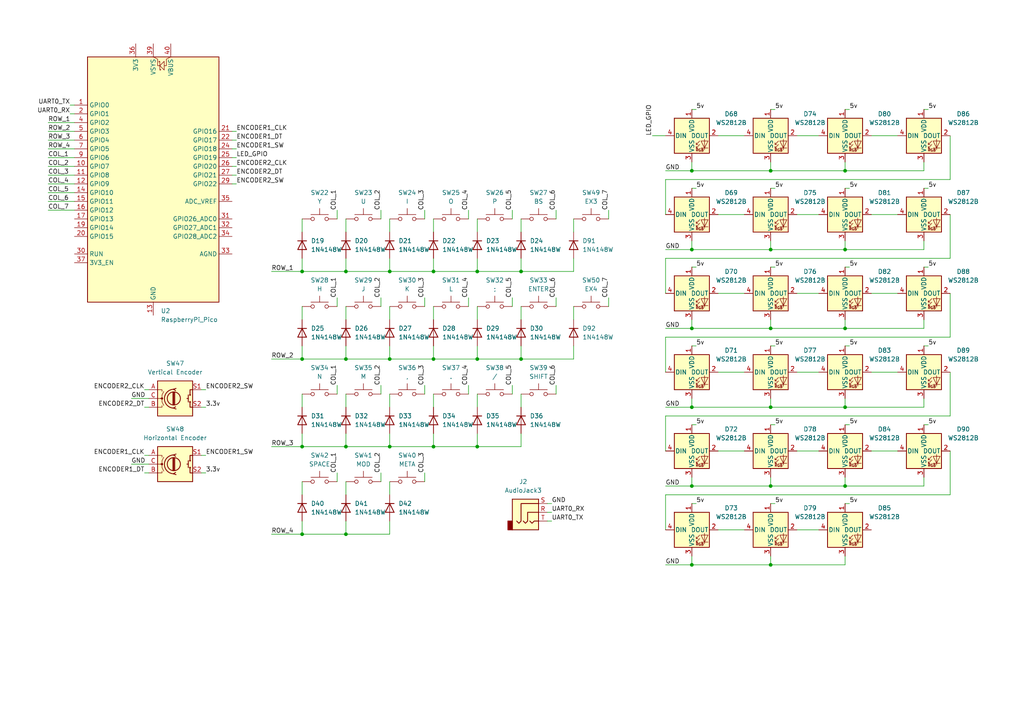
<source format=kicad_sch>
(kicad_sch (version 20231120) (generator "eeschema") (generator_version "8.0")
  (paper "A4")
  (lib_symbols
    (symbol "Connector_Audio:AudioJack3"
      (property "Reference" "J" (at 0 8.89 0))
      (property "Value" "AudioJack3" (at 0 6.35 0))
      (symbol "AudioJack3_1_1"
        (pin passive line (at 5.08 0 180) (length 2.54) (name "~") (number "R"))
        (pin passive line (at 5.08 2.54 180) (length 2.54) (name "~") (number "S"))
        (pin passive line (at 5.08 -2.54 180) (length 2.54) (name "~") (number "T"))
      )
    )
    (symbol "Device:RotaryEncoder_Switch" (pin_names (offset 0.254) hide)
      (property "Reference" "SW" (at 0 6.604 0))
      (property "Value" "RotaryEncoder_Switch" (at 0 -6.604 0))
      (symbol "RotaryEncoder_Switch_1_1"
        (pin passive line (at -7.62 2.54 0) (length 2.54) (name "A") (number "A"))
        (pin passive line (at -7.62 -2.54 0) (length 2.54) (name "B") (number "B"))
        (pin passive line (at -7.62 0 0) (length 2.54) (name "C") (number "C"))
        (pin passive line (at 7.62 2.54 180) (length 2.54) (name "S1") (number "S1"))
        (pin passive line (at 7.62 -2.54 180) (length 2.54) (name "S2") (number "S2"))
      )
    )
    (symbol "Diode:1N4148W" (pin_numbers hide) (pin_names hide)
      (property "Reference" "D" (at 0 2.54 0))
      (property "Value" "1N4148W" (at 0 -2.54 0))
      (symbol "1N4148W_1_1"
        (pin passive line (at -3.81 0 0) (length 2.54) (name "K") (number "1"))
        (pin passive line (at 3.81 0 180) (length 2.54) (name "A") (number "2"))
      )
    )
    (symbol "LED:WS2812B" (pin_names (offset 0.254))
      (property "Reference" "D" (at 5.08 5.715 0))
      (property "Value" "WS2812B" (at 1.27 -5.715 0))
      (symbol "WS2812B_0_0"
        (text "RGB" (at 2.286 -4.191 0) (effects (font (size 0.762 0.762))))
      )
      (symbol "WS2812B_1_1"
        (pin power_in line (at 0 7.62 270) (length 2.54) (name "VDD") (number "1"))
        (pin output line (at 7.62 0 180) (length 2.54) (name "DOUT") (number "2"))
        (pin power_in line (at 0 -7.62 90) (length 2.54) (name "VSS") (number "3"))
        (pin input line (at -7.62 0 0) (length 2.54) (name "DIN") (number "4"))
      )
    )
    (symbol "MCU_Module_RaspberryPi_Pico:RaspberryPi_Pico"
      (property "Reference" "U" (at -19.05 38.1 0))
      (property "Value" "RaspberryPi_Pico" (at 7.62 38.1 0))
      (symbol "RaspberryPi_Pico_1_1"
        (pin bidirectional line (at -22.86 22.86 0) (length 3.81) (name "GPIO0") (number "1"))
        (pin bidirectional line (at -22.86 5.08 0) (length 3.81) (name "GPIO7") (number "10"))
        (pin bidirectional line (at -22.86 2.54 0) (length 3.81) (name "GPIO8") (number "11"))
        (pin bidirectional line (at -22.86 0 0) (length 3.81) (name "GPIO9") (number "12"))
        (pin power_out line (at 0 -38.1 90) (length 3.81) (name "GND") (number "13"))
        (pin bidirectional line (at -22.86 -2.54 0) (length 3.81) (name "GPIO10") (number "14"))
        (pin bidirectional line (at -22.86 -5.08 0) (length 3.81) (name "GPIO11") (number "15"))
        (pin bidirectional line (at -22.86 -7.62 0) (length 3.81) (name "GPIO12") (number "16"))
        (pin bidirectional line (at -22.86 -10.16 0) (length 3.81) (name "GPIO13") (number "17"))
        (pin passive line (at 0 -38.1 90) (length 3.81) hide (name "GND") (number "18"))
        (pin bidirectional line (at -22.86 -12.7 0) (length 3.81) (name "GPIO14") (number "19"))
        (pin bidirectional line (at -22.86 20.32 0) (length 3.81) (name "GPIO1") (number "2"))
        (pin bidirectional line (at -22.86 -15.24 0) (length 3.81) (name "GPIO15") (number "20"))
        (pin bidirectional line (at 22.86 15.24 180) (length 3.81) (name "GPIO16") (number "21"))
        (pin bidirectional line (at 22.86 12.7 180) (length 3.81) (name "GPIO17") (number "22"))
        (pin passive line (at 0 -38.1 90) (length 3.81) hide (name "GND") (number "23"))
        (pin bidirectional line (at 22.86 10.16 180) (length 3.81) (name "GPIO18") (number "24"))
        (pin bidirectional line (at 22.86 7.62 180) (length 3.81) (name "GPIO19") (number "25"))
        (pin bidirectional line (at 22.86 5.08 180) (length 3.81) (name "GPIO20") (number "26"))
        (pin bidirectional line (at 22.86 2.54 180) (length 3.81) (name "GPIO21") (number "27"))
        (pin passive line (at 0 -38.1 90) (length 3.81) hide (name "GND") (number "28"))
        (pin bidirectional line (at 22.86 0 180) (length 3.81) (name "GPIO22") (number "29"))
        (pin passive line (at 0 -38.1 90) (length 3.81) hide (name "GND") (number "3"))
        (pin input line (at -22.86 -20.32 0) (length 3.81) (name "RUN") (number "30"))
        (pin bidirectional line (at 22.86 -10.16 180) (length 3.81) (name "GPIO26_ADC0") (number "31"))
        (pin bidirectional line (at 22.86 -12.7 180) (length 3.81) (name "GPIO27_ADC1") (number "32"))
        (pin power_in line (at 22.86 -20.32 180) (length 3.81) (name "AGND") (number "33"))
        (pin bidirectional line (at 22.86 -15.24 180) (length 3.81) (name "GPIO28_ADC2") (number "34"))
        (pin power_in line (at 22.86 -5.08 180) (length 3.81) (name "ADC_VREF") (number "35"))
        (pin power_out line (at -5.08 40.64 270) (length 3.81) (name "3V3") (number "36"))
        (pin input line (at -22.86 -22.86 0) (length 3.81) (name "3V3_EN") (number "37"))
        (pin passive line (at 0 -38.1 90) (length 3.81) hide (name "GND") (number "38"))
        (pin power_in line (at 0 40.64 270) (length 3.81) (name "VSYS") (number "39"))
        (pin bidirectional line (at -22.86 17.78 0) (length 3.81) (name "GPIO2") (number "4"))
        (pin power_out line (at 5.08 40.64 270) (length 3.81) (name "VBUS") (number "40"))
        (pin bidirectional line (at -22.86 15.24 0) (length 3.81) (name "GPIO3") (number "5"))
        (pin bidirectional line (at -22.86 12.7 0) (length 3.81) (name "GPIO4") (number "6"))
        (pin bidirectional line (at -22.86 10.16 0) (length 3.81) (name "GPIO5") (number "7"))
        (pin passive line (at 0 -38.1 90) (length 3.81) hide (name "GND") (number "8"))
        (pin bidirectional line (at -22.86 7.62 0) (length 3.81) (name "GPIO6") (number "9"))
      )
    )
    (symbol "Switch:SW_Push" (pin_numbers hide) (pin_names (offset 1.016) hide)
      (property "Reference" "SW" (at 1.27 2.54 0))
      (property "Value" "SW_Push" (at 0 -1.524 0))
      (symbol "SW_Push_0_1"
        (pin passive line (at -5.08 0 0) (length 2.54) (name "1") (number "1"))
        (pin passive line (at 5.08 0 180) (length 2.54) (name "2") (number "2"))
      )
    )
  )
  (junction (at 138.43 129.54))
  (junction (at 200.66 163.83))
  (junction (at 87.63 154.94))
  (junction (at 151.13 78.74))
  (junction (at 200.66 118.11))
  (junction (at 100.33 154.94))
  (junction (at 125.73 129.54))
  (junction (at 245.11 72.39))
  (junction (at 125.73 104.14))
  (junction (at 245.11 140.97))
  (junction (at 223.52 118.11))
  (junction (at 87.63 129.54))
  (junction (at 223.52 163.83))
  (junction (at 223.52 140.97))
  (junction (at 223.52 72.39))
  (junction (at 113.03 78.74))
  (junction (at 200.66 49.53))
  (junction (at 151.13 104.14))
  (junction (at 100.33 104.14))
  (junction (at 200.66 95.25))
  (junction (at 138.43 78.74))
  (junction (at 87.63 104.14))
  (junction (at 245.11 49.53))
  (junction (at 125.73 78.74))
  (junction (at 245.11 118.11))
  (junction (at 113.03 104.14))
  (junction (at 113.03 129.54))
  (junction (at 200.66 72.39))
  (junction (at 100.33 78.74))
  (junction (at 87.63 78.74))
  (junction (at 245.11 95.25))
  (junction (at 100.33 129.54))
  (junction (at 223.52 95.25))
  (junction (at 223.52 49.53))
  (junction (at 200.66 140.97))
  (junction (at 138.43 104.14))
  (wire (pts (xy 87.63 63.5) (xy 87.63 67.31)))
  (wire (pts (xy 125.73 78.74) (xy 138.43 78.74)))
  (wire (pts (xy 78.74 78.74) (xy 87.63 78.74)))
  (wire (pts (xy 200.66 140.97) (xy 223.52 140.97)))
  (wire (pts (xy 231.14 39.37) (xy 237.49 39.37)))
  (wire (pts (xy 100.33 129.54) (xy 113.03 129.54)))
  (wire (pts (xy 275.59 130.81) (xy 275.59 143.51)))
  (wire (pts (xy 267.97 92.71) (xy 267.97 95.25)))
  (wire (pts (xy 151.13 88.9) (xy 151.13 92.71)))
  (wire (pts (xy 100.33 100.33) (xy 100.33 104.14)))
  (wire (pts (xy 252.73 107.95) (xy 260.35 107.95)))
  (wire (pts (xy 125.73 74.93) (xy 125.73 78.74)))
  (wire (pts (xy 201.93 77.47) (xy 200.66 77.47)))
  (wire (pts (xy 41.91 118.11) (xy 43.18 118.11)))
  (wire (pts (xy 158.75 151.13) (xy 160.02 151.13)))
  (wire (pts (xy 113.03 88.9) (xy 113.03 92.71)))
  (wire (pts (xy 246.38 54.61) (xy 245.11 54.61)))
  (wire (pts (xy 13.97 38.1) (xy 21.59 38.1)))
  (wire (pts (xy 123.19 111.76) (xy 123.19 114.3)))
  (wire (pts (xy 208.28 107.95) (xy 215.9 107.95)))
  (wire (pts (xy 223.52 69.85) (xy 223.52 72.39)))
  (wire (pts (xy 176.53 86.36) (xy 176.53 88.9)))
  (wire (pts (xy 200.66 49.53) (xy 223.52 49.53)))
  (wire (pts (xy 201.93 31.75) (xy 200.66 31.75)))
  (wire (pts (xy 223.52 140.97) (xy 245.11 140.97)))
  (wire (pts (xy 231.14 130.81) (xy 237.49 130.81)))
  (wire (pts (xy 100.33 104.14) (xy 113.03 104.14)))
  (wire (pts (xy 125.73 129.54) (xy 138.43 129.54)))
  (wire (pts (xy 78.74 129.54) (xy 87.63 129.54)))
  (wire (pts (xy 13.97 50.8) (xy 21.59 50.8)))
  (wire (pts (xy 113.03 100.33) (xy 113.03 104.14)))
  (wire (pts (xy 100.33 154.94) (xy 113.03 154.94)))
  (wire (pts (xy 38.1 115.57) (xy 43.18 115.57)))
  (wire (pts (xy 201.93 100.33) (xy 200.66 100.33)))
  (wire (pts (xy 275.59 107.95) (xy 275.59 120.65)))
  (wire (pts (xy 208.28 39.37) (xy 215.9 39.37)))
  (wire (pts (xy 166.37 63.5) (xy 166.37 67.31)))
  (wire (pts (xy 87.63 100.33) (xy 87.63 104.14)))
  (wire (pts (xy 245.11 95.25) (xy 267.97 95.25)))
  (wire (pts (xy 138.43 78.74) (xy 151.13 78.74)))
  (wire (pts (xy 231.14 85.09) (xy 237.49 85.09)))
  (wire (pts (xy 193.04 97.79) (xy 193.04 107.95)))
  (wire (pts (xy 223.52 92.71) (xy 223.52 95.25)))
  (wire (pts (xy 97.79 60.96) (xy 97.79 63.5)))
  (wire (pts (xy 58.42 137.16) (xy 59.69 137.16)))
  (wire (pts (xy 113.03 129.54) (xy 125.73 129.54)))
  (wire (pts (xy 125.73 125.73) (xy 125.73 129.54)))
  (wire (pts (xy 245.11 118.11) (xy 267.97 118.11)))
  (wire (pts (xy 208.28 62.23) (xy 215.9 62.23)))
  (wire (pts (xy 245.11 49.53) (xy 245.11 46.99)))
  (wire (pts (xy 223.52 118.11) (xy 245.11 118.11)))
  (wire (pts (xy 87.63 114.3) (xy 87.63 118.11)))
  (wire (pts (xy 151.13 78.74) (xy 166.37 78.74)))
  (wire (pts (xy 87.63 154.94) (xy 100.33 154.94)))
  (wire (pts (xy 231.14 153.67) (xy 237.49 153.67)))
  (wire (pts (xy 13.97 58.42) (xy 21.59 58.42)))
  (wire (pts (xy 138.43 100.33) (xy 138.43 104.14)))
  (wire (pts (xy 13.97 45.72) (xy 21.59 45.72)))
  (wire (pts (xy 166.37 74.93) (xy 166.37 78.74)))
  (wire (pts (xy 100.33 139.7) (xy 100.33 143.51)))
  (wire (pts (xy 125.73 63.5) (xy 125.73 67.31)))
  (wire (pts (xy 201.93 123.19) (xy 200.66 123.19)))
  (wire (pts (xy 252.73 62.23) (xy 260.35 62.23)))
  (wire (pts (xy 100.33 151.13) (xy 100.33 154.94)))
  (wire (pts (xy 224.79 31.75) (xy 223.52 31.75)))
  (wire (pts (xy 161.29 60.96) (xy 161.29 63.5)))
  (wire (pts (xy 78.74 104.14) (xy 87.63 104.14)))
  (wire (pts (xy 110.49 86.36) (xy 110.49 88.9)))
  (wire (pts (xy 269.24 31.75) (xy 267.97 31.75)))
  (wire (pts (xy 113.03 151.13) (xy 113.03 154.94)))
  (wire (pts (xy 245.11 49.53) (xy 267.97 49.53)))
  (wire (pts (xy 275.59 52.07) (xy 193.04 52.07)))
  (wire (pts (xy 245.11 140.97) (xy 267.97 140.97)))
  (wire (pts (xy 138.43 63.5) (xy 138.43 67.31)))
  (wire (pts (xy 189.23 39.37) (xy 193.04 39.37)))
  (wire (pts (xy 245.11 163.83) (xy 245.11 161.29)))
  (wire (pts (xy 97.79 137.16) (xy 97.79 139.7)))
  (wire (pts (xy 113.03 63.5) (xy 113.03 67.31)))
  (wire (pts (xy 100.33 114.3) (xy 100.33 118.11)))
  (wire (pts (xy 246.38 31.75) (xy 245.11 31.75)))
  (wire (pts (xy 110.49 60.96) (xy 110.49 63.5)))
  (wire (pts (xy 151.13 63.5) (xy 151.13 67.31)))
  (wire (pts (xy 113.03 78.74) (xy 125.73 78.74)))
  (wire (pts (xy 200.66 118.11) (xy 200.66 115.57)))
  (wire (pts (xy 151.13 125.73) (xy 151.13 129.54)))
  (wire (pts (xy 231.14 107.95) (xy 237.49 107.95)))
  (wire (pts (xy 245.11 95.25) (xy 245.11 92.71)))
  (wire (pts (xy 193.04 143.51) (xy 193.04 153.67)))
  (wire (pts (xy 123.19 60.96) (xy 123.19 63.5)))
  (wire (pts (xy 246.38 77.47) (xy 245.11 77.47)))
  (wire (pts (xy 224.79 123.19) (xy 223.52 123.19)))
  (wire (pts (xy 245.11 140.97) (xy 245.11 138.43)))
  (wire (pts (xy 246.38 146.05) (xy 245.11 146.05)))
  (wire (pts (xy 58.42 118.11) (xy 59.69 118.11)))
  (wire (pts (xy 193.04 120.65) (xy 193.04 130.81)))
  (wire (pts (xy 38.1 134.62) (xy 43.18 134.62)))
  (wire (pts (xy 100.33 125.73) (xy 100.33 129.54)))
  (wire (pts (xy 193.04 95.25) (xy 200.66 95.25)))
  (wire (pts (xy 110.49 111.76) (xy 110.49 114.3)))
  (wire (pts (xy 67.31 50.8) (xy 68.58 50.8)))
  (wire (pts (xy 269.24 123.19) (xy 267.97 123.19)))
  (wire (pts (xy 193.04 49.53) (xy 200.66 49.53)))
  (wire (pts (xy 113.03 74.93) (xy 113.03 78.74)))
  (wire (pts (xy 201.93 54.61) (xy 200.66 54.61)))
  (wire (pts (xy 246.38 123.19) (xy 245.11 123.19)))
  (wire (pts (xy 67.31 48.26) (xy 68.58 48.26)))
  (wire (pts (xy 148.59 86.36) (xy 148.59 88.9)))
  (wire (pts (xy 267.97 46.99) (xy 267.97 49.53)))
  (wire (pts (xy 135.89 111.76) (xy 135.89 114.3)))
  (wire (pts (xy 151.13 104.14) (xy 166.37 104.14)))
  (wire (pts (xy 224.79 77.47) (xy 223.52 77.47)))
  (wire (pts (xy 223.52 46.99) (xy 223.52 49.53)))
  (wire (pts (xy 200.66 49.53) (xy 200.66 46.99)))
  (wire (pts (xy 176.53 60.96) (xy 176.53 63.5)))
  (wire (pts (xy 13.97 53.34) (xy 21.59 53.34)))
  (wire (pts (xy 246.38 100.33) (xy 245.11 100.33)))
  (wire (pts (xy 200.66 163.83) (xy 223.52 163.83)))
  (wire (pts (xy 97.79 111.76) (xy 97.79 114.3)))
  (wire (pts (xy 78.74 154.94) (xy 87.63 154.94)))
  (wire (pts (xy 245.11 118.11) (xy 245.11 115.57)))
  (wire (pts (xy 252.73 130.81) (xy 260.35 130.81)))
  (wire (pts (xy 193.04 140.97) (xy 200.66 140.97)))
  (wire (pts (xy 200.66 163.83) (xy 200.66 161.29)))
  (wire (pts (xy 223.52 163.83) (xy 245.11 163.83)))
  (wire (pts (xy 151.13 100.33) (xy 151.13 104.14)))
  (wire (pts (xy 269.24 54.61) (xy 267.97 54.61)))
  (wire (pts (xy 138.43 88.9) (xy 138.43 92.71)))
  (wire (pts (xy 67.31 38.1) (xy 68.58 38.1)))
  (wire (pts (xy 41.91 132.08) (xy 43.18 132.08)))
  (wire (pts (xy 100.33 88.9) (xy 100.33 92.71)))
  (wire (pts (xy 252.73 85.09) (xy 260.35 85.09)))
  (wire (pts (xy 223.52 72.39) (xy 245.11 72.39)))
  (wire (pts (xy 245.11 72.39) (xy 267.97 72.39)))
  (wire (pts (xy 100.33 74.93) (xy 100.33 78.74)))
  (wire (pts (xy 161.29 86.36) (xy 161.29 88.9)))
  (wire (pts (xy 138.43 114.3) (xy 138.43 118.11)))
  (wire (pts (xy 208.28 130.81) (xy 215.9 130.81)))
  (wire (pts (xy 148.59 111.76) (xy 148.59 114.3)))
  (wire (pts (xy 87.63 151.13) (xy 87.63 154.94)))
  (wire (pts (xy 138.43 125.73) (xy 138.43 129.54)))
  (wire (pts (xy 138.43 74.93) (xy 138.43 78.74)))
  (wire (pts (xy 125.73 114.3) (xy 125.73 118.11)))
  (wire (pts (xy 100.33 63.5) (xy 100.33 67.31)))
  (wire (pts (xy 166.37 100.33) (xy 166.37 104.14)))
  (wire (pts (xy 125.73 100.33) (xy 125.73 104.14)))
  (wire (pts (xy 58.42 132.08) (xy 59.69 132.08)))
  (wire (pts (xy 87.63 139.7) (xy 87.63 143.51)))
  (wire (pts (xy 138.43 104.14) (xy 151.13 104.14)))
  (wire (pts (xy 100.33 78.74) (xy 113.03 78.74)))
  (wire (pts (xy 275.59 62.23) (xy 275.59 74.93)))
  (wire (pts (xy 123.19 86.36) (xy 123.19 88.9)))
  (wire (pts (xy 87.63 88.9) (xy 87.63 92.71)))
  (wire (pts (xy 151.13 74.93) (xy 151.13 78.74)))
  (wire (pts (xy 20.32 33.02) (xy 21.59 33.02)))
  (wire (pts (xy 200.66 118.11) (xy 223.52 118.11)))
  (wire (pts (xy 13.97 48.26) (xy 21.59 48.26)))
  (wire (pts (xy 223.52 49.53) (xy 245.11 49.53)))
  (wire (pts (xy 275.59 120.65) (xy 193.04 120.65)))
  (wire (pts (xy 200.66 95.25) (xy 200.66 92.71)))
  (wire (pts (xy 97.79 86.36) (xy 97.79 88.9)))
  (wire (pts (xy 113.03 104.14) (xy 125.73 104.14)))
  (wire (pts (xy 151.13 114.3) (xy 151.13 118.11)))
  (wire (pts (xy 41.91 113.03) (xy 43.18 113.03)))
  (wire (pts (xy 87.63 104.14) (xy 100.33 104.14)))
  (wire (pts (xy 224.79 54.61) (xy 223.52 54.61)))
  (wire (pts (xy 87.63 78.74) (xy 100.33 78.74)))
  (wire (pts (xy 275.59 85.09) (xy 275.59 97.79)))
  (wire (pts (xy 267.97 69.85) (xy 267.97 72.39)))
  (wire (pts (xy 67.31 53.34) (xy 68.58 53.34)))
  (wire (pts (xy 13.97 35.56) (xy 21.59 35.56)))
  (wire (pts (xy 13.97 60.96) (xy 21.59 60.96)))
  (wire (pts (xy 125.73 88.9) (xy 125.73 92.71)))
  (wire (pts (xy 135.89 86.36) (xy 135.89 88.9)))
  (wire (pts (xy 87.63 125.73) (xy 87.63 129.54)))
  (wire (pts (xy 193.04 72.39) (xy 200.66 72.39)))
  (wire (pts (xy 13.97 40.64) (xy 21.59 40.64)))
  (wire (pts (xy 267.97 115.57) (xy 267.97 118.11)))
  (wire (pts (xy 275.59 39.37) (xy 275.59 52.07)))
  (wire (pts (xy 166.37 88.9) (xy 166.37 92.71)))
  (wire (pts (xy 67.31 40.64) (xy 68.58 40.64)))
  (wire (pts (xy 269.24 100.33) (xy 267.97 100.33)))
  (wire (pts (xy 138.43 129.54) (xy 151.13 129.54)))
  (wire (pts (xy 67.31 43.18) (xy 68.58 43.18)))
  (wire (pts (xy 223.52 138.43) (xy 223.52 140.97)))
  (wire (pts (xy 13.97 43.18) (xy 21.59 43.18)))
  (wire (pts (xy 208.28 153.67) (xy 215.9 153.67)))
  (wire (pts (xy 67.31 45.72) (xy 68.58 45.72)))
  (wire (pts (xy 275.59 74.93) (xy 193.04 74.93)))
  (wire (pts (xy 223.52 95.25) (xy 245.11 95.25)))
  (wire (pts (xy 223.52 161.29) (xy 223.52 163.83)))
  (wire (pts (xy 148.59 60.96) (xy 148.59 63.5)))
  (wire (pts (xy 41.91 137.16) (xy 43.18 137.16)))
  (wire (pts (xy 200.66 72.39) (xy 223.52 72.39)))
  (wire (pts (xy 275.59 97.79) (xy 193.04 97.79)))
  (wire (pts (xy 158.75 148.59) (xy 160.02 148.59)))
  (wire (pts (xy 193.04 52.07) (xy 193.04 62.23)))
  (wire (pts (xy 113.03 125.73) (xy 113.03 129.54)))
  (wire (pts (xy 200.66 140.97) (xy 200.66 138.43)))
  (wire (pts (xy 252.73 39.37) (xy 260.35 39.37)))
  (wire (pts (xy 267.97 138.43) (xy 267.97 140.97)))
  (wire (pts (xy 13.97 55.88) (xy 21.59 55.88)))
  (wire (pts (xy 110.49 137.16) (xy 110.49 139.7)))
  (wire (pts (xy 58.42 113.03) (xy 59.69 113.03)))
  (wire (pts (xy 269.24 77.47) (xy 267.97 77.47)))
  (wire (pts (xy 201.93 146.05) (xy 200.66 146.05)))
  (wire (pts (xy 113.03 139.7) (xy 113.03 143.51)))
  (wire (pts (xy 87.63 74.93) (xy 87.63 78.74)))
  (wire (pts (xy 224.79 146.05) (xy 223.52 146.05)))
  (wire (pts (xy 245.11 72.39) (xy 245.11 69.85)))
  (wire (pts (xy 87.63 129.54) (xy 100.33 129.54)))
  (wire (pts (xy 223.52 115.57) (xy 223.52 118.11)))
  (wire (pts (xy 135.89 60.96) (xy 135.89 63.5)))
  (wire (pts (xy 123.19 137.16) (xy 123.19 139.7)))
  (wire (pts (xy 158.75 146.05) (xy 160.02 146.05)))
  (wire (pts (xy 275.59 143.51) (xy 193.04 143.51)))
  (wire (pts (xy 20.32 30.48) (xy 21.59 30.48)))
  (wire (pts (xy 193.04 74.93) (xy 193.04 85.09)))
  (wire (pts (xy 125.73 104.14) (xy 138.43 104.14)))
  (wire (pts (xy 193.04 118.11) (xy 200.66 118.11)))
  (wire (pts (xy 224.79 100.33) (xy 223.52 100.33)))
  (wire (pts (xy 193.04 163.83) (xy 200.66 163.83)))
  (wire (pts (xy 161.29 111.76) (xy 161.29 114.3)))
  (wire (pts (xy 200.66 72.39) (xy 200.66 69.85)))
  (wire (pts (xy 200.66 95.25) (xy 223.52 95.25)))
  (wire (pts (xy 231.14 62.23) (xy 237.49 62.23)))
  (wire (pts (xy 208.28 85.09) (xy 215.9 85.09)))
  (wire (pts (xy 113.03 114.3) (xy 113.03 118.11)))
  (label "COL_3" (at 123.19 86.36 90))
  (label "GND" (at 193.04 163.83 0))
  (label "COL_2" (at 110.49 86.36 90))
  (label "LED_GPIO" (at 68.58 45.72 0))
  (label "ENCODER2_CLK" (at 68.58 48.26 0))
  (label "ROW_4" (at 13.97 43.18 0))
  (label "COL_4" (at 13.97 53.34 0))
  (label "COL_5" (at 148.59 60.96 90))
  (label "GND" (at 38.1 115.57 0))
  (label "5v" (at 246.38 31.75 0))
  (label "GND" (at 38.1 134.62 0))
  (label "5v" (at 269.24 100.33 0))
  (label "5v" (at 224.79 31.75 0))
  (label "5v" (at 201.93 77.47 0))
  (label "GND" (at 160.02 146.05 0))
  (label "COL_7" (at 176.53 60.96 90))
  (label "ENCODER1_DT" (at 68.58 40.64 0))
  (label "5v" (at 224.79 100.33 0))
  (label "5v" (at 224.79 77.47 0))
  (label "5v" (at 269.24 77.47 0))
  (label "ENCODER1_CLK" (at 68.58 38.1 0))
  (label "COL_1" (at 97.79 137.16 90))
  (label "ROW_4" (at 78.74 154.94 0))
  (label "COL_5" (at 148.59 111.76 90))
  (label "COL_2" (at 110.49 60.96 90))
  (label "UART0_RX" (at 160.02 148.59 0))
  (label "5v" (at 269.24 31.75 0))
  (label "COL_6" (at 13.97 58.42 0))
  (label "5v" (at 201.93 54.61 0))
  (label "3.3v" (at 59.69 118.11 0))
  (label "ROW_3" (at 13.97 40.64 0))
  (label "COL_4" (at 135.89 86.36 90))
  (label "5v" (at 201.93 146.05 0))
  (label "5v" (at 224.79 54.61 0))
  (label "5v" (at 224.79 146.05 0))
  (label "5v" (at 269.24 54.61 0))
  (label "ENCODER2_CLK" (at 41.91 113.03 180))
  (label "COL_7" (at 13.97 60.96 0))
  (label "COL_2" (at 110.49 137.16 90))
  (label "COL_1" (at 97.79 111.76 90))
  (label "COL_7" (at 176.53 86.36 90))
  (label "COL_6" (at 161.29 60.96 90))
  (label "ENCODER2_DT" (at 68.58 50.8 0))
  (label "COL_4" (at 135.89 60.96 90))
  (label "LED_GPIO" (at 189.23 39.37 90))
  (label "COL_3" (at 13.97 50.8 0))
  (label "COL_1" (at 97.79 86.36 90))
  (label "ENCODER1_SW" (at 68.58 43.18 0))
  (label "COL_3" (at 123.19 137.16 90))
  (label "ROW_3" (at 78.74 129.54 0))
  (label "5v" (at 269.24 123.19 0))
  (label "GND" (at 193.04 49.53 0))
  (label "ENCODER1_CLK" (at 41.91 132.08 180))
  (label "UART0_RX" (at 20.32 33.02 180))
  (label "ENCODER2_SW" (at 59.69 113.03 0))
  (label "ROW_2" (at 13.97 38.1 0))
  (label "5v" (at 246.38 123.19 0))
  (label "ROW_1" (at 78.74 78.74 0))
  (label "COL_1" (at 13.97 45.72 0))
  (label "UART0_TX" (at 20.32 30.48 180))
  (label "COL_2" (at 110.49 111.76 90))
  (label "ENCODER1_DT" (at 41.91 137.16 180))
  (label "COL_4" (at 135.89 111.76 90))
  (label "COL_5" (at 148.59 86.36 90))
  (label "UART0_TX" (at 160.02 151.13 0))
  (label "ENCODER1_SW" (at 59.69 132.08 0))
  (label "5v" (at 246.38 100.33 0))
  (label "ROW_2" (at 78.74 104.14 0))
  (label "5v" (at 201.93 100.33 0))
  (label "GND" (at 193.04 72.39 0))
  (label "5v" (at 246.38 77.47 0))
  (label "5v" (at 246.38 146.05 0))
  (label "5v" (at 246.38 54.61 0))
  (label "COL_5" (at 13.97 55.88 0))
  (label "5v" (at 201.93 123.19 0))
  (label "GND" (at 193.04 118.11 0))
  (label "ENCODER2_DT" (at 41.91 118.11 180))
  (label "ENCODER2_SW" (at 68.58 53.34 0))
  (label "5v" (at 224.79 123.19 0))
  (label "5v" (at 201.93 31.75 0))
  (label "COL_3" (at 123.19 111.76 90))
  (label "COL_6" (at 161.29 111.76 90))
  (label "GND" (at 193.04 140.97 0))
  (label "ROW_1" (at 13.97 35.56 0))
  (label "COL_1" (at 97.79 60.96 90))
  (label "COL_3" (at 123.19 60.96 90))
  (label "COL_2" (at 13.97 48.26 0))
  (label "COL_6" (at 161.29 86.36 90))
  (label "GND" (at 193.04 95.25 0))
  (label "3.3v" (at 59.69 137.16 0))
  (symbol (lib_id "Switch:SW_Push") (at 130.81 114.3 0) (unit 1)
    (property "Reference" "SW37" (at 130.81 106.68 0))
    (property "Value" "." (at 130.81 109.22 0))
    (property "Footprint" "kbd:CherryMX_Hotswap" (effects (hide yes)))
    (property "Description" "Push button switch, generic, two pins" (effects (hide yes)))
  )
  (symbol (lib_id "Diode:1N4148W") (at 125.73 121.92 270) (unit 1)
    (property "Reference" "D34" (at 128.27 120.6499 90) (effects (justify left)))
    (property "Value" "1N4148W" (at 128.27 123.1899 90) (effects (justify left)))
    (property "Footprint" "Diode_SMD:D_SOD-123" (effects (hide yes)))
    (property "Datasheet" "https://www.vishay.com/docs/85748/1n4148w.pdf" (effects (hide yes)))
    (property "Description" "75V 0.15A Fast Switching Diode, SOD-123" (effects (hide yes)))
    (property "Sim.Device" "D" (effects (hide yes)))
    (property "Sim.Pins" "1=K 2=A" (effects (hide yes)))
  )
  (symbol (lib_id "LED:WS2812B") (at 200.66 153.67 0) (unit 1)
    (property "Reference" "D73" (at 212.09 147.3514 0))
    (property "Value" "WS2812B" (at 212.09 149.8914 0))
    (property "Footprint" "LED_SMD:LED_WS2812B_PLCC4_5.0x5.0mm_P3.2mm" (effects (hide yes)))
    (property "Datasheet" "https://cdn-shop.adafruit.com/datasheets/WS2812B.pdf" (effects (hide yes)))
    (property "Description" "RGB LED with integrated controller" (effects (hide yes)))
  )
  (symbol (lib_id "Diode:1N4148W") (at 87.63 96.52 270) (unit 1)
    (property "Reference" "D25" (at 90.17 95.2499 90) (effects (justify left)))
    (property "Value" "1N4148W" (at 90.17 97.7899 90) (effects (justify left)))
    (property "Footprint" "Diode_SMD:D_SOD-123" (effects (hide yes)))
    (property "Datasheet" "https://www.vishay.com/docs/85748/1n4148w.pdf" (effects (hide yes)))
    (property "Description" "75V 0.15A Fast Switching Diode, SOD-123" (effects (hide yes)))
    (property "Sim.Device" "D" (effects (hide yes)))
    (property "Sim.Pins" "1=K 2=A" (effects (hide yes)))
  )
  (symbol (lib_id "Switch:SW_Push") (at 92.71 139.7 0) (unit 1)
    (property "Reference" "SW42" (at 92.71 132.08 0))
    (property "Value" "SPACE" (at 92.71 134.62 0))
    (property "Footprint" "kbd:CherryMX_Hotswap" (effects (hide yes)))
    (property "Description" "Push button switch, generic, two pins" (effects (hide yes)))
  )
  (symbol (lib_id "Diode:1N4148W") (at 125.73 96.52 270) (unit 1)
    (property "Reference" "D28" (at 128.27 95.2499 90) (effects (justify left)))
    (property "Value" "1N4148W" (at 128.27 97.7899 90) (effects (justify left)))
    (property "Footprint" "Diode_SMD:D_SOD-123" (effects (hide yes)))
    (property "Datasheet" "https://www.vishay.com/docs/85748/1n4148w.pdf" (effects (hide yes)))
    (property "Description" "75V 0.15A Fast Switching Diode, SOD-123" (effects (hide yes)))
    (property "Sim.Device" "D" (effects (hide yes)))
    (property "Sim.Pins" "1=K 2=A" (effects (hide yes)))
  )
  (symbol (lib_id "Switch:SW_Push") (at 143.51 114.3 0) (unit 1)
    (property "Reference" "SW38" (at 143.51 106.68 0))
    (property "Value" "/" (at 143.51 109.22 0))
    (property "Footprint" "kbd:CherryMX_Hotswap" (effects (hide yes)))
    (property "Description" "Push button switch, generic, two pins" (effects (hide yes)))
  )
  (symbol (lib_id "Switch:SW_Push") (at 156.21 88.9 0) (unit 1)
    (property "Reference" "SW33" (at 156.21 81.28 0))
    (property "Value" "ENTER" (at 156.21 83.82 0))
    (property "Footprint" "kbd:CherryMX_Hotswap" (effects (hide yes)))
    (property "Description" "Push button switch, generic, two pins" (effects (hide yes)))
  )
  (symbol (lib_id "LED:WS2812B") (at 267.97 107.95 0) (unit 1)
    (property "Reference" "D89" (at 279.4 101.6314 0))
    (property "Value" "WS2812B" (at 279.4 104.1714 0))
    (property "Footprint" "LED_SMD:LED_WS2812B_PLCC4_5.0x5.0mm_P3.2mm" (effects (hide yes)))
    (property "Datasheet" "https://cdn-shop.adafruit.com/datasheets/WS2812B.pdf" (effects (hide yes)))
    (property "Description" "RGB LED with integrated controller" (effects (hide yes)))
  )
  (symbol (lib_id "Switch:SW_Push") (at 105.41 63.5 0) (unit 1)
    (property "Reference" "SW23" (at 105.41 55.88 0))
    (property "Value" "U" (at 105.41 58.42 0))
    (property "Footprint" "kbd:CherryMX_Hotswap" (effects (hide yes)))
    (property "Description" "Push button switch, generic, two pins" (effects (hide yes)))
  )
  (symbol (lib_id "LED:WS2812B") (at 267.97 39.37 0) (unit 1)
    (property "Reference" "D86" (at 279.4 33.0514 0))
    (property "Value" "WS2812B" (at 279.4 35.5914 0))
    (property "Footprint" "LED_SMD:LED_WS2812B_PLCC4_5.0x5.0mm_P3.2mm" (effects (hide yes)))
    (property "Datasheet" "https://cdn-shop.adafruit.com/datasheets/WS2812B.pdf" (effects (hide yes)))
    (property "Description" "RGB LED with integrated controller" (effects (hide yes)))
  )
  (symbol (lib_id "LED:WS2812B") (at 200.66 62.23 0) (unit 1)
    (property "Reference" "D69" (at 212.09 55.9114 0))
    (property "Value" "WS2812B" (at 212.09 58.4514 0))
    (property "Footprint" "LED_SMD:LED_WS2812B_PLCC4_5.0x5.0mm_P3.2mm" (effects (hide yes)))
    (property "Datasheet" "https://cdn-shop.adafruit.com/datasheets/WS2812B.pdf" (effects (hide yes)))
    (property "Description" "RGB LED with integrated controller" (effects (hide yes)))
  )
  (symbol (lib_id "Diode:1N4148W") (at 151.13 96.52 270) (unit 1)
    (property "Reference" "D30" (at 153.67 95.2499 90) (effects (justify left)))
    (property "Value" "1N4148W" (at 153.67 97.7899 90) (effects (justify left)))
    (property "Footprint" "Diode_SMD:D_SOD-123" (effects (hide yes)))
    (property "Datasheet" "https://www.vishay.com/docs/85748/1n4148w.pdf" (effects (hide yes)))
    (property "Description" "75V 0.15A Fast Switching Diode, SOD-123" (effects (hide yes)))
    (property "Sim.Device" "D" (effects (hide yes)))
    (property "Sim.Pins" "1=K 2=A" (effects (hide yes)))
  )
  (symbol (lib_id "Connector_Audio:AudioJack3") (at 153.67 148.59 0) (unit 1)
    (property "Reference" "J2" (at 151.765 139.7 0))
    (property "Value" "AudioJack3" (at 151.765 142.24 0))
    (property "Footprint" "audio-jacks:PJ-399B-6A" (effects (hide yes)))
    (property "Description" "Audio Jack, 3 Poles (Stereo / TRS)" (effects (hide yes)))
  )
  (symbol (lib_id "LED:WS2812B") (at 267.97 130.81 0) (unit 1)
    (property "Reference" "D90" (at 279.4 124.4914 0))
    (property "Value" "WS2812B" (at 279.4 127.0314 0))
    (property "Footprint" "LED_SMD:LED_WS2812B_PLCC4_5.0x5.0mm_P3.2mm" (effects (hide yes)))
    (property "Datasheet" "https://cdn-shop.adafruit.com/datasheets/WS2812B.pdf" (effects (hide yes)))
    (property "Description" "RGB LED with integrated controller" (effects (hide yes)))
  )
  (symbol (lib_id "Switch:SW_Push") (at 156.21 114.3 0) (unit 1)
    (property "Reference" "SW39" (at 156.21 106.68 0))
    (property "Value" "SHIFT" (at 156.21 109.22 0))
    (property "Footprint" "kbd:CherryMX_Hotswap" (effects (hide yes)))
    (property "Description" "Push button switch, generic, two pins" (effects (hide yes)))
  )
  (symbol (lib_id "Diode:1N4148W") (at 87.63 121.92 270) (unit 1)
    (property "Reference" "D31" (at 90.17 120.6499 90) (effects (justify left)))
    (property "Value" "1N4148W" (at 90.17 123.1899 90) (effects (justify left)))
    (property "Footprint" "Diode_SMD:D_SOD-123" (effects (hide yes)))
    (property "Datasheet" "https://www.vishay.com/docs/85748/1n4148w.pdf" (effects (hide yes)))
    (property "Description" "75V 0.15A Fast Switching Diode, SOD-123" (effects (hide yes)))
    (property "Sim.Device" "D" (effects (hide yes)))
    (property "Sim.Pins" "1=K 2=A" (effects (hide yes)))
  )
  (symbol (lib_id "Switch:SW_Push") (at 143.51 63.5 0) (unit 1)
    (property "Reference" "SW26" (at 143.51 55.88 0))
    (property "Value" "P" (at 143.51 58.42 0))
    (property "Footprint" "kbd:CherryMX_Hotswap" (effects (hide yes)))
    (property "Description" "Push button switch, generic, two pins" (effects (hide yes)))
  )
  (symbol (lib_id "Diode:1N4148W") (at 87.63 71.12 270) (unit 1)
    (property "Reference" "D19" (at 90.17 69.8499 90) (effects (justify left)))
    (property "Value" "1N4148W" (at 90.17 72.3899 90) (effects (justify left)))
    (property "Footprint" "Diode_SMD:D_SOD-123" (effects (hide yes)))
    (property "Datasheet" "https://www.vishay.com/docs/85748/1n4148w.pdf" (effects (hide yes)))
    (property "Description" "75V 0.15A Fast Switching Diode, SOD-123" (effects (hide yes)))
    (property "Sim.Device" "D" (effects (hide yes)))
    (property "Sim.Pins" "1=K 2=A" (effects (hide yes)))
  )
  (symbol (lib_id "LED:WS2812B") (at 245.11 85.09 0) (unit 1)
    (property "Reference" "D82" (at 256.54 78.7714 0))
    (property "Value" "WS2812B" (at 256.54 81.3114 0))
    (property "Footprint" "LED_SMD:LED_WS2812B_PLCC4_5.0x5.0mm_P3.2mm" (effects (hide yes)))
    (property "Datasheet" "https://cdn-shop.adafruit.com/datasheets/WS2812B.pdf" (effects (hide yes)))
    (property "Description" "RGB LED with integrated controller" (effects (hide yes)))
  )
  (symbol (lib_id "Diode:1N4148W") (at 138.43 121.92 270) (unit 1)
    (property "Reference" "D35" (at 140.97 120.6499 90) (effects (justify left)))
    (property "Value" "1N4148W" (at 140.97 123.1899 90) (effects (justify left)))
    (property "Footprint" "Diode_SMD:D_SOD-123" (effects (hide yes)))
    (property "Datasheet" "https://www.vishay.com/docs/85748/1n4148w.pdf" (effects (hide yes)))
    (property "Description" "75V 0.15A Fast Switching Diode, SOD-123" (effects (hide yes)))
    (property "Sim.Device" "D" (effects (hide yes)))
    (property "Sim.Pins" "1=K 2=A" (effects (hide yes)))
  )
  (symbol (lib_id "LED:WS2812B") (at 245.11 107.95 0) (unit 1)
    (property "Reference" "D83" (at 256.54 101.6314 0))
    (property "Value" "WS2812B" (at 256.54 104.1714 0))
    (property "Footprint" "LED_SMD:LED_WS2812B_PLCC4_5.0x5.0mm_P3.2mm" (effects (hide yes)))
    (property "Datasheet" "https://cdn-shop.adafruit.com/datasheets/WS2812B.pdf" (effects (hide yes)))
    (property "Description" "RGB LED with integrated controller" (effects (hide yes)))
  )
  (symbol (lib_id "Switch:SW_Push") (at 171.45 63.5 0) (unit 1)
    (property "Reference" "SW49" (at 171.45 55.88 0))
    (property "Value" "EX3" (at 171.45 58.42 0))
    (property "Footprint" "kbd:CherryMX_Hotswap" (effects (hide yes)))
    (property "Description" "Push button switch, generic, two pins" (effects (hide yes)))
  )
  (symbol (lib_id "Diode:1N4148W") (at 138.43 71.12 270) (unit 1)
    (property "Reference" "D23" (at 140.97 69.8499 90) (effects (justify left)))
    (property "Value" "1N4148W" (at 140.97 72.3899 90) (effects (justify left)))
    (property "Footprint" "Diode_SMD:D_SOD-123" (effects (hide yes)))
    (property "Datasheet" "https://www.vishay.com/docs/85748/1n4148w.pdf" (effects (hide yes)))
    (property "Description" "75V 0.15A Fast Switching Diode, SOD-123" (effects (hide yes)))
    (property "Sim.Device" "D" (effects (hide yes)))
    (property "Sim.Pins" "1=K 2=A" (effects (hide yes)))
  )
  (symbol (lib_id "LED:WS2812B") (at 223.52 39.37 0) (unit 1)
    (property "Reference" "D74" (at 234.95 33.0514 0))
    (property "Value" "WS2812B" (at 234.95 35.5914 0))
    (property "Footprint" "LED_SMD:LED_WS2812B_PLCC4_5.0x5.0mm_P3.2mm" (effects (hide yes)))
    (property "Datasheet" "https://cdn-shop.adafruit.com/datasheets/WS2812B.pdf" (effects (hide yes)))
    (property "Description" "RGB LED with integrated controller" (effects (hide yes)))
  )
  (symbol (lib_id "LED:WS2812B") (at 267.97 62.23 0) (unit 1)
    (property "Reference" "D87" (at 279.4 55.9114 0))
    (property "Value" "WS2812B" (at 279.4 58.4514 0))
    (property "Footprint" "LED_SMD:LED_WS2812B_PLCC4_5.0x5.0mm_P3.2mm" (effects (hide yes)))
    (property "Datasheet" "https://cdn-shop.adafruit.com/datasheets/WS2812B.pdf" (effects (hide yes)))
    (property "Description" "RGB LED with integrated controller" (effects (hide yes)))
  )
  (symbol (lib_id "Switch:SW_Push") (at 118.11 114.3 0) (unit 1)
    (property "Reference" "SW36" (at 118.11 106.68 0))
    (property "Value" "," (at 118.11 109.22 0))
    (property "Footprint" "kbd:CherryMX_Hotswap" (effects (hide yes)))
    (property "Description" "Push button switch, generic, two pins" (effects (hide yes)))
  )
  (symbol (lib_id "LED:WS2812B") (at 245.11 39.37 0) (unit 1)
    (property "Reference" "D80" (at 256.54 33.0514 0))
    (property "Value" "WS2812B" (at 256.54 35.5914 0))
    (property "Footprint" "LED_SMD:LED_WS2812B_PLCC4_5.0x5.0mm_P3.2mm" (effects (hide yes)))
    (property "Datasheet" "https://cdn-shop.adafruit.com/datasheets/WS2812B.pdf" (effects (hide yes)))
    (property "Description" "RGB LED with integrated controller" (effects (hide yes)))
  )
  (symbol (lib_id "LED:WS2812B") (at 245.11 153.67 0) (unit 1)
    (property "Reference" "D85" (at 256.54 147.3514 0))
    (property "Value" "WS2812B" (at 256.54 149.8914 0))
    (property "Footprint" "LED_SMD:LED_WS2812B_PLCC4_5.0x5.0mm_P3.2mm" (effects (hide yes)))
    (property "Datasheet" "https://cdn-shop.adafruit.com/datasheets/WS2812B.pdf" (effects (hide yes)))
    (property "Description" "RGB LED with integrated controller" (effects (hide yes)))
  )
  (symbol (lib_id "Diode:1N4148W") (at 113.03 121.92 270) (unit 1)
    (property "Reference" "D33" (at 115.57 120.6499 90) (effects (justify left)))
    (property "Value" "1N4148W" (at 115.57 123.1899 90) (effects (justify left)))
    (property "Footprint" "Diode_SMD:D_SOD-123" (effects (hide yes)))
    (property "Datasheet" "https://www.vishay.com/docs/85748/1n4148w.pdf" (effects (hide yes)))
    (property "Description" "75V 0.15A Fast Switching Diode, SOD-123" (effects (hide yes)))
    (property "Sim.Device" "D" (effects (hide yes)))
    (property "Sim.Pins" "1=K 2=A" (effects (hide yes)))
  )
  (symbol (lib_id "LED:WS2812B") (at 245.11 130.81 0) (unit 1)
    (property "Reference" "D84" (at 256.54 124.4914 0))
    (property "Value" "WS2812B" (at 256.54 127.0314 0))
    (property "Footprint" "LED_SMD:LED_WS2812B_PLCC4_5.0x5.0mm_P3.2mm" (effects (hide yes)))
    (property "Datasheet" "https://cdn-shop.adafruit.com/datasheets/WS2812B.pdf" (effects (hide yes)))
    (property "Description" "RGB LED with integrated controller" (effects (hide yes)))
  )
  (symbol (lib_id "Switch:SW_Push") (at 92.71 88.9 0) (unit 1)
    (property "Reference" "SW28" (at 92.71 81.28 0))
    (property "Value" "H" (at 92.71 83.82 0))
    (property "Footprint" "kbd:CherryMX_Hotswap" (effects (hide yes)))
    (property "Description" "Push button switch, generic, two pins" (effects (hide yes)))
  )
  (symbol (lib_id "LED:WS2812B") (at 200.66 85.09 0) (unit 1)
    (property "Reference" "D70" (at 212.09 78.7714 0))
    (property "Value" "WS2812B" (at 212.09 81.3114 0))
    (property "Footprint" "LED_SMD:LED_WS2812B_PLCC4_5.0x5.0mm_P3.2mm" (effects (hide yes)))
    (property "Datasheet" "https://cdn-shop.adafruit.com/datasheets/WS2812B.pdf" (effects (hide yes)))
    (property "Description" "RGB LED with integrated controller" (effects (hide yes)))
  )
  (symbol (lib_id "Switch:SW_Push") (at 92.71 63.5 0) (unit 1)
    (property "Reference" "SW22" (at 92.71 55.88 0))
    (property "Value" "Y" (at 92.71 58.42 0))
    (property "Footprint" "kbd:CherryMX_Hotswap" (effects (hide yes)))
    (property "Description" "Push button switch, generic, two pins" (effects (hide yes)))
  )
  (symbol (lib_id "Diode:1N4148W") (at 166.37 96.52 270) (unit 1)
    (property "Reference" "D92" (at 168.91 95.2499 90) (effects (justify left)))
    (property "Value" "1N4148W" (at 168.91 97.7899 90) (effects (justify left)))
    (property "Footprint" "Diode_SMD:D_SOD-123" (effects (hide yes)))
    (property "Datasheet" "https://www.vishay.com/docs/85748/1n4148w.pdf" (effects (hide yes)))
    (property "Description" "75V 0.15A Fast Switching Diode, SOD-123" (effects (hide yes)))
    (property "Sim.Device" "D" (effects (hide yes)))
    (property "Sim.Pins" "1=K 2=A" (effects (hide yes)))
  )
  (symbol (lib_id "Device:RotaryEncoder_Switch") (at 50.8 134.62 0) (unit 1)
    (property "Reference" "SW48" (at 50.8 124.46 0))
    (property "Value" "Horizontal Encoder" (at 50.8 127 0))
    (property "Footprint" "encoders:PEC12R-2120F-S0012" (effects (hide yes)))
    (property "Description" "Rotary encoder, dual channel, incremental quadrate outputs, with switch" (effects (hide yes)))
  )
  (symbol (lib_id "Diode:1N4148W") (at 100.33 96.52 270) (unit 1)
    (property "Reference" "D26" (at 102.87 95.2499 90) (effects (justify left)))
    (property "Value" "1N4148W" (at 102.87 97.7899 90) (effects (justify left)))
    (property "Footprint" "Diode_SMD:D_SOD-123" (effects (hide yes)))
    (property "Datasheet" "https://www.vishay.com/docs/85748/1n4148w.pdf" (effects (hide yes)))
    (property "Description" "75V 0.15A Fast Switching Diode, SOD-123" (effects (hide yes)))
    (property "Sim.Device" "D" (effects (hide yes)))
    (property "Sim.Pins" "1=K 2=A" (effects (hide yes)))
  )
  (symbol (lib_id "Switch:SW_Push") (at 130.81 63.5 0) (unit 1)
    (property "Reference" "SW25" (at 130.81 55.88 0))
    (property "Value" "O" (at 130.81 58.42 0))
    (property "Footprint" "kbd:CherryMX_Hotswap" (effects (hide yes)))
    (property "Description" "Push button switch, generic, two pins" (effects (hide yes)))
  )
  (symbol (lib_id "LED:WS2812B") (at 200.66 107.95 0) (unit 1)
    (property "Reference" "D71" (at 212.09 101.6314 0))
    (property "Value" "WS2812B" (at 212.09 104.1714 0))
    (property "Footprint" "LED_SMD:LED_WS2812B_PLCC4_5.0x5.0mm_P3.2mm" (effects (hide yes)))
    (property "Datasheet" "https://cdn-shop.adafruit.com/datasheets/WS2812B.pdf" (effects (hide yes)))
    (property "Description" "RGB LED with integrated controller" (effects (hide yes)))
  )
  (symbol (lib_id "LED:WS2812B") (at 223.52 62.23 0) (unit 1)
    (property "Reference" "D75" (at 234.95 55.9114 0))
    (property "Value" "WS2812B" (at 234.95 58.4514 0))
    (property "Footprint" "LED_SMD:LED_WS2812B_PLCC4_5.0x5.0mm_P3.2mm" (effects (hide yes)))
    (property "Datasheet" "https://cdn-shop.adafruit.com/datasheets/WS2812B.pdf" (effects (hide yes)))
    (property "Description" "RGB LED with integrated controller" (effects (hide yes)))
  )
  (symbol (lib_id "Diode:1N4148W") (at 113.03 96.52 270) (unit 1)
    (property "Reference" "D27" (at 115.57 95.2499 90) (effects (justify left)))
    (property "Value" "1N4148W" (at 115.57 97.7899 90) (effects (justify left)))
    (property "Footprint" "Diode_SMD:D_SOD-123" (effects (hide yes)))
    (property "Datasheet" "https://www.vishay.com/docs/85748/1n4148w.pdf" (effects (hide yes)))
    (property "Description" "75V 0.15A Fast Switching Diode, SOD-123" (effects (hide yes)))
    (property "Sim.Device" "D" (effects (hide yes)))
    (property "Sim.Pins" "1=K 2=A" (effects (hide yes)))
  )
  (symbol (lib_id "Switch:SW_Push") (at 105.41 139.7 0) (unit 1)
    (property "Reference" "SW41" (at 105.41 132.08 0))
    (property "Value" "MOD" (at 105.41 134.62 0))
    (property "Footprint" "kbd:CherryMX_Hotswap" (effects (hide yes)))
    (property "Description" "Push button switch, generic, two pins" (effects (hide yes)))
  )
  (symbol (lib_id "Device:RotaryEncoder_Switch") (at 50.8 115.57 0) (unit 1)
    (property "Reference" "SW47" (at 50.8 105.41 0))
    (property "Value" "Vertical Encoder" (at 50.8 107.95 0))
    (property "Footprint" "encoders:PEC12R-4220F-20024" (effects (hide yes)))
    (property "Description" "Rotary encoder, dual channel, incremental quadrate outputs, with switch" (effects (hide yes)))
  )
  (symbol (lib_id "Switch:SW_Push") (at 92.71 114.3 0) (unit 1)
    (property "Reference" "SW34" (at 92.71 106.68 0))
    (property "Value" "N" (at 92.71 109.22 0))
    (property "Footprint" "kbd:CherryMX_Hotswap" (effects (hide yes)))
    (property "Description" "Push button switch, generic, two pins" (effects (hide yes)))
  )
  (symbol (lib_id "LED:WS2812B") (at 200.66 39.37 0) (unit 1)
    (property "Reference" "D68" (at 212.09 33.0514 0))
    (property "Value" "WS2812B" (at 212.09 35.5914 0))
    (property "Footprint" "LED_SMD:LED_WS2812B_PLCC4_5.0x5.0mm_P3.2mm" (effects (hide yes)))
    (property "Datasheet" "https://cdn-shop.adafruit.com/datasheets/WS2812B.pdf" (effects (hide yes)))
    (property "Description" "RGB LED with integrated controller" (effects (hide yes)))
  )
  (symbol (lib_id "Switch:SW_Push") (at 156.21 63.5 0) (unit 1)
    (property "Reference" "SW27" (at 156.21 55.88 0))
    (property "Value" "BS" (at 156.21 58.42 0))
    (property "Footprint" "kbd:CherryMX_Hotswap" (effects (hide yes)))
    (property "Description" "Push button switch, generic, two pins" (effects (hide yes)))
  )
  (symbol (lib_id "Switch:SW_Push") (at 143.51 88.9 0) (unit 1)
    (property "Reference" "SW32" (at 143.51 81.28 0))
    (property "Value" ";" (at 143.51 83.82 0))
    (property "Footprint" "kbd:CherryMX_Hotswap" (effects (hide yes)))
    (property "Description" "Push button switch, generic, two pins" (effects (hide yes)))
  )
  (symbol (lib_id "LED:WS2812B") (at 223.52 107.95 0) (unit 1)
    (property "Reference" "D77" (at 234.95 101.6314 0))
    (property "Value" "WS2812B" (at 234.95 104.1714 0))
    (property "Footprint" "LED_SMD:LED_WS2812B_PLCC4_5.0x5.0mm_P3.2mm" (effects (hide yes)))
    (property "Datasheet" "https://cdn-shop.adafruit.com/datasheets/WS2812B.pdf" (effects (hide yes)))
    (property "Description" "RGB LED with integrated controller" (effects (hide yes)))
  )
  (symbol (lib_id "LED:WS2812B") (at 245.11 62.23 0) (unit 1)
    (property "Reference" "D81" (at 256.54 55.9114 0))
    (property "Value" "WS2812B" (at 256.54 58.4514 0))
    (property "Footprint" "LED_SMD:LED_WS2812B_PLCC4_5.0x5.0mm_P3.2mm" (effects (hide yes)))
    (property "Datasheet" "https://cdn-shop.adafruit.com/datasheets/WS2812B.pdf" (effects (hide yes)))
    (property "Description" "RGB LED with integrated controller" (effects (hide yes)))
  )
  (symbol (lib_id "LED:WS2812B") (at 223.52 130.81 0) (unit 1)
    (property "Reference" "D78" (at 234.95 124.4914 0))
    (property "Value" "WS2812B" (at 234.95 127.0314 0))
    (property "Footprint" "LED_SMD:LED_WS2812B_PLCC4_5.0x5.0mm_P3.2mm" (effects (hide yes)))
    (property "Datasheet" "https://cdn-shop.adafruit.com/datasheets/WS2812B.pdf" (effects (hide yes)))
    (property "Description" "RGB LED with integrated controller" (effects (hide yes)))
  )
  (symbol (lib_id "LED:WS2812B") (at 200.66 130.81 0) (unit 1)
    (property "Reference" "D72" (at 212.09 124.4914 0))
    (property "Value" "WS2812B" (at 212.09 127.0314 0))
    (property "Footprint" "LED_SMD:LED_WS2812B_PLCC4_5.0x5.0mm_P3.2mm" (effects (hide yes)))
    (property "Datasheet" "https://cdn-shop.adafruit.com/datasheets/WS2812B.pdf" (effects (hide yes)))
    (property "Description" "RGB LED with integrated controller" (effects (hide yes)))
  )
  (symbol (lib_id "Diode:1N4148W") (at 113.03 147.32 270) (unit 1)
    (property "Reference" "D42" (at 115.57 146.0499 90) (effects (justify left)))
    (property "Value" "1N4148W" (at 115.57 148.5899 90) (effects (justify left)))
    (property "Footprint" "Diode_SMD:D_SOD-123" (effects (hide yes)))
    (property "Datasheet" "https://www.vishay.com/docs/85748/1n4148w.pdf" (effects (hide yes)))
    (property "Description" "75V 0.15A Fast Switching Diode, SOD-123" (effects (hide yes)))
    (property "Sim.Device" "D" (effects (hide yes)))
    (property "Sim.Pins" "1=K 2=A" (effects (hide yes)))
  )
  (symbol (lib_id "Diode:1N4148W") (at 151.13 121.92 270) (unit 1)
    (property "Reference" "D36" (at 153.67 120.6499 90) (effects (justify left)))
    (property "Value" "1N4148W" (at 153.67 123.1899 90) (effects (justify left)))
    (property "Footprint" "Diode_SMD:D_SOD-123" (effects (hide yes)))
    (property "Datasheet" "https://www.vishay.com/docs/85748/1n4148w.pdf" (effects (hide yes)))
    (property "Description" "75V 0.15A Fast Switching Diode, SOD-123" (effects (hide yes)))
    (property "Sim.Device" "D" (effects (hide yes)))
    (property "Sim.Pins" "1=K 2=A" (effects (hide yes)))
  )
  (symbol (lib_id "Switch:SW_Push") (at 130.81 88.9 0) (unit 1)
    (property "Reference" "SW31" (at 130.81 81.28 0))
    (property "Value" "L" (at 130.81 83.82 0))
    (property "Footprint" "kbd:CherryMX_Hotswap" (effects (hide yes)))
    (property "Description" "Push button switch, generic, two pins" (effects (hide yes)))
  )
  (symbol (lib_id "MCU_Module_RaspberryPi_Pico:RaspberryPi_Pico") (at 44.45 53.34 0) (unit 1)
    (property "Reference" "U2" (at 46.6441 90.17 0) (effects (justify left)))
    (property "Value" "RaspberryPi_Pico" (at 46.6441 92.71 0) (effects (justify left)))
    (property "Footprint" "Module_RaspberryPi_Pico:RaspberryPi_Pico_Common" (effects (hide yes)))
    (property "Datasheet" "https://datasheets.raspberrypi.com/pico/pico-datasheet.pdf" (effects (hide yes)))
    (property "Description" "Versatile and inexpensive microcontroller module (with full pinout for reflow soldering) powered by RP2040 dual-core Arm Cortex-M0+ processor up to 133 MHz, 264kB SRAM, 2MB QSPI flash" (effects (hide yes)))
  )
  (symbol (lib_id "Switch:SW_Push") (at 118.11 88.9 0) (unit 1)
    (property "Reference" "SW30" (at 118.11 81.28 0))
    (property "Value" "K" (at 118.11 83.82 0))
    (property "Footprint" "kbd:CherryMX_Hotswap" (effects (hide yes)))
    (property "Description" "Push button switch, generic, two pins" (effects (hide yes)))
  )
  (symbol (lib_id "Switch:SW_Push") (at 105.41 114.3 0) (unit 1)
    (property "Reference" "SW35" (at 105.41 106.68 0))
    (property "Value" "M" (at 105.41 109.22 0))
    (property "Footprint" "kbd:CherryMX_Hotswap" (effects (hide yes)))
    (property "Description" "Push button switch, generic, two pins" (effects (hide yes)))
  )
  (symbol (lib_id "Diode:1N4148W") (at 125.73 71.12 270) (unit 1)
    (property "Reference" "D22" (at 128.27 69.8499 90) (effects (justify left)))
    (property "Value" "1N4148W" (at 128.27 72.3899 90) (effects (justify left)))
    (property "Footprint" "Diode_SMD:D_SOD-123" (effects (hide yes)))
    (property "Datasheet" "https://www.vishay.com/docs/85748/1n4148w.pdf" (effects (hide yes)))
    (property "Description" "75V 0.15A Fast Switching Diode, SOD-123" (effects (hide yes)))
    (property "Sim.Device" "D" (effects (hide yes)))
    (property "Sim.Pins" "1=K 2=A" (effects (hide yes)))
  )
  (symbol (lib_id "LED:WS2812B") (at 223.52 85.09 0) (unit 1)
    (property "Reference" "D76" (at 234.95 78.7714 0))
    (property "Value" "WS2812B" (at 234.95 81.3114 0))
    (property "Footprint" "LED_SMD:LED_WS2812B_PLCC4_5.0x5.0mm_P3.2mm" (effects (hide yes)))
    (property "Datasheet" "https://cdn-shop.adafruit.com/datasheets/WS2812B.pdf" (effects (hide yes)))
    (property "Description" "RGB LED with integrated controller" (effects (hide yes)))
  )
  (symbol (lib_id "Diode:1N4148W") (at 166.37 71.12 270) (unit 1)
    (property "Reference" "D91" (at 168.91 69.8499 90) (effects (justify left)))
    (property "Value" "1N4148W" (at 168.91 72.3899 90) (effects (justify left)))
    (property "Footprint" "Diode_SMD:D_SOD-123" (effects (hide yes)))
    (property "Datasheet" "https://www.vishay.com/docs/85748/1n4148w.pdf" (effects (hide yes)))
    (property "Description" "75V 0.15A Fast Switching Diode, SOD-123" (effects (hide yes)))
    (property "Sim.Device" "D" (effects (hide yes)))
    (property "Sim.Pins" "1=K 2=A" (effects (hide yes)))
  )
  (symbol (lib_id "Switch:SW_Push") (at 105.41 88.9 0) (unit 1)
    (property "Reference" "SW29" (at 105.41 81.28 0))
    (property "Value" "J" (at 105.41 83.82 0))
    (property "Footprint" "kbd:CherryMX_Hotswap" (effects (hide yes)))
    (property "Description" "Push button switch, generic, two pins" (effects (hide yes)))
  )
  (symbol (lib_id "Diode:1N4148W") (at 138.43 96.52 270) (unit 1)
    (property "Reference" "D29" (at 140.97 95.2499 90) (effects (justify left)))
    (property "Value" "1N4148W" (at 140.97 97.7899 90) (effects (justify left)))
    (property "Footprint" "Diode_SMD:D_SOD-123" (effects (hide yes)))
    (property "Datasheet" "https://www.vishay.com/docs/85748/1n4148w.pdf" (effects (hide yes)))
    (property "Description" "75V 0.15A Fast Switching Diode, SOD-123" (effects (hide yes)))
    (property "Sim.Device" "D" (effects (hide yes)))
    (property "Sim.Pins" "1=K 2=A" (effects (hide yes)))
  )
  (symbol (lib_id "Switch:SW_Push") (at 118.11 63.5 0) (unit 1)
    (property "Reference" "SW24" (at 118.11 55.88 0))
    (property "Value" "I" (at 118.11 58.42 0))
    (property "Footprint" "kbd:CherryMX_Hotswap" (effects (hide yes)))
    (property "Description" "Push button switch, generic, two pins" (effects (hide yes)))
  )
  (symbol (lib_id "Diode:1N4148W") (at 100.33 71.12 270) (unit 1)
    (property "Reference" "D20" (at 102.87 69.8499 90) (effects (justify left)))
    (property "Value" "1N4148W" (at 102.87 72.3899 90) (effects (justify left)))
    (property "Footprint" "Diode_SMD:D_SOD-123" (effects (hide yes)))
    (property "Datasheet" "https://www.vishay.com/docs/85748/1n4148w.pdf" (effects (hide yes)))
    (property "Description" "75V 0.15A Fast Switching Diode, SOD-123" (effects (hide yes)))
    (property "Sim.Device" "D" (effects (hide yes)))
    (property "Sim.Pins" "1=K 2=A" (effects (hide yes)))
  )
  (symbol (lib_id "Diode:1N4148W") (at 100.33 121.92 270) (unit 1)
    (property "Reference" "D32" (at 102.87 120.6499 90) (effects (justify left)))
    (property "Value" "1N4148W" (at 102.87 123.1899 90) (effects (justify left)))
    (property "Footprint" "Diode_SMD:D_SOD-123" (effects (hide yes)))
    (property "Datasheet" "https://www.vishay.com/docs/85748/1n4148w.pdf" (effects (hide yes)))
    (property "Description" "75V 0.15A Fast Switching Diode, SOD-123" (effects (hide yes)))
    (property "Sim.Device" "D" (effects (hide yes)))
    (property "Sim.Pins" "1=K 2=A" (effects (hide yes)))
  )
  (symbol (lib_id "LED:WS2812B") (at 223.52 153.67 0) (unit 1)
    (property "Reference" "D79" (at 234.95 147.3514 0))
    (property "Value" "WS2812B" (at 234.95 149.8914 0))
    (property "Footprint" "LED_SMD:LED_WS2812B_PLCC4_5.0x5.0mm_P3.2mm" (effects (hide yes)))
    (property "Datasheet" "https://cdn-shop.adafruit.com/datasheets/WS2812B.pdf" (effects (hide yes)))
    (property "Description" "RGB LED with integrated controller" (effects (hide yes)))
  )
  (symbol (lib_id "Diode:1N4148W") (at 113.03 71.12 270) (unit 1)
    (property "Reference" "D21" (at 115.57 69.8499 90) (effects (justify left)))
    (property "Value" "1N4148W" (at 115.57 72.3899 90) (effects (justify left)))
    (property "Footprint" "Diode_SMD:D_SOD-123" (effects (hide yes)))
    (property "Datasheet" "https://www.vishay.com/docs/85748/1n4148w.pdf" (effects (hide yes)))
    (property "Description" "75V 0.15A Fast Switching Diode, SOD-123" (effects (hide yes)))
    (property "Sim.Device" "D" (effects (hide yes)))
    (property "Sim.Pins" "1=K 2=A" (effects (hide yes)))
  )
  (symbol (lib_id "Switch:SW_Push") (at 118.11 139.7 0) (unit 1)
    (property "Reference" "SW40" (at 118.11 132.08 0))
    (property "Value" "META" (at 118.11 134.62 0))
    (property "Footprint" "kbd:CherryMX_Hotswap" (effects (hide yes)))
    (property "Description" "Push button switch, generic, two pins" (effects (hide yes)))
  )
  (symbol (lib_id "Switch:SW_Push") (at 171.45 88.9 0) (unit 1)
    (property "Reference" "SW50" (at 171.45 81.28 0))
    (property "Value" "EX4" (at 171.45 83.82 0))
    (property "Footprint" "kbd:CherryMX_Hotswap" (effects (hide yes)))
    (property "Description" "Push button switch, generic, two pins" (effects (hide yes)))
  )
  (symbol (lib_id "LED:WS2812B") (at 267.97 85.09 0) (unit 1)
    (property "Reference" "D88" (at 279.4 78.7714 0))
    (property "Value" "WS2812B" (at 279.4 81.3114 0))
    (property "Footprint" "LED_SMD:LED_WS2812B_PLCC4_5.0x5.0mm_P3.2mm" (effects (hide yes)))
    (property "Datasheet" "https://cdn-shop.adafruit.com/datasheets/WS2812B.pdf" (effects (hide yes)))
    (property "Description" "RGB LED with integrated controller" (effects (hide yes)))
  )
  (symbol (lib_id "Diode:1N4148W") (at 100.33 147.32 270) (unit 1)
    (property "Reference" "D41" (at 102.87 146.0499 90) (effects (justify left)))
    (property "Value" "1N4148W" (at 102.87 148.5899 90) (effects (justify left)))
    (property "Footprint" "Diode_SMD:D_SOD-123" (effects (hide yes)))
    (property "Datasheet" "https://www.vishay.com/docs/85748/1n4148w.pdf" (effects (hide yes)))
    (property "Description" "75V 0.15A Fast Switching Diode, SOD-123" (effects (hide yes)))
    (property "Sim.Device" "D" (effects (hide yes)))
    (property "Sim.Pins" "1=K 2=A" (effects (hide yes)))
  )
  (symbol (lib_id "Diode:1N4148W") (at 87.63 147.32 270) (unit 1)
    (property "Reference" "D40" (at 90.17 146.0499 90) (effects (justify left)))
    (property "Value" "1N4148W" (at 90.17 148.5899 90) (effects (justify left)))
    (property "Footprint" "Diode_SMD:D_SOD-123" (effects (hide yes)))
    (property "Datasheet" "https://www.vishay.com/docs/85748/1n4148w.pdf" (effects (hide yes)))
    (property "Description" "75V 0.15A Fast Switching Diode, SOD-123" (effects (hide yes)))
    (property "Sim.Device" "D" (effects (hide yes)))
    (property "Sim.Pins" "1=K 2=A" (effects (hide yes)))
  )
  (symbol (lib_id "Diode:1N4148W") (at 151.13 71.12 270) (unit 1)
    (property "Reference" "D24" (at 153.67 69.8499 90) (effects (justify left)))
    (property "Value" "1N4148W" (at 153.67 72.3899 90) (effects (justify left)))
    (property "Footprint" "Diode_SMD:D_SOD-123" (effects (hide yes)))
    (property "Datasheet" "https://www.vishay.com/docs/85748/1n4148w.pdf" (effects (hide yes)))
    (property "Description" "75V 0.15A Fast Switching Diode, SOD-123" (effects (hide yes)))
    (property "Sim.Device" "D" (effects (hide yes)))
    (property "Sim.Pins" "1=K 2=A" (effects (hide yes)))
  )
)
</source>
